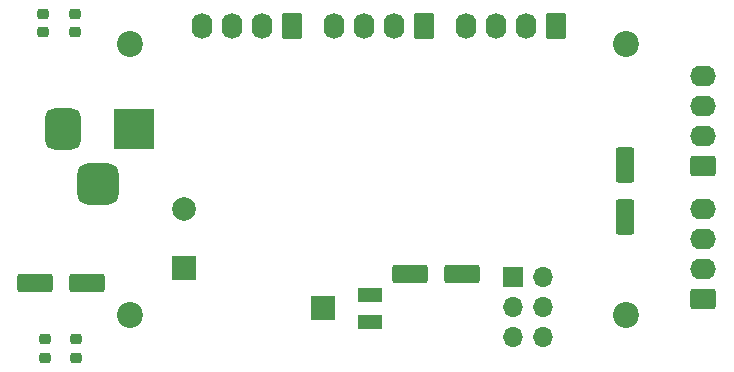
<source format=gbr>
%TF.GenerationSoftware,KiCad,Pcbnew,6.0.11+dfsg-1~bpo11+1*%
%TF.CreationDate,2023-07-10T22:14:43+02:00*%
%TF.ProjectId,motor_board_v3,6d6f746f-725f-4626-9f61-72645f76332e,rev?*%
%TF.SameCoordinates,PX87037a0PY50412a8*%
%TF.FileFunction,Soldermask,Top*%
%TF.FilePolarity,Negative*%
%FSLAX46Y46*%
G04 Gerber Fmt 4.6, Leading zero omitted, Abs format (unit mm)*
G04 Created by KiCad (PCBNEW 6.0.11+dfsg-1~bpo11+1) date 2023-07-10 22:14:43*
%MOMM*%
%LPD*%
G01*
G04 APERTURE LIST*
G04 Aperture macros list*
%AMRoundRect*
0 Rectangle with rounded corners*
0 $1 Rounding radius*
0 $2 $3 $4 $5 $6 $7 $8 $9 X,Y pos of 4 corners*
0 Add a 4 corners polygon primitive as box body*
4,1,4,$2,$3,$4,$5,$6,$7,$8,$9,$2,$3,0*
0 Add four circle primitives for the rounded corners*
1,1,$1+$1,$2,$3*
1,1,$1+$1,$4,$5*
1,1,$1+$1,$6,$7*
1,1,$1+$1,$8,$9*
0 Add four rect primitives between the rounded corners*
20,1,$1+$1,$2,$3,$4,$5,0*
20,1,$1+$1,$4,$5,$6,$7,0*
20,1,$1+$1,$6,$7,$8,$9,0*
20,1,$1+$1,$8,$9,$2,$3,0*%
G04 Aperture macros list end*
%ADD10RoundRect,0.218750X0.256250X-0.218750X0.256250X0.218750X-0.256250X0.218750X-0.256250X-0.218750X0*%
%ADD11R,1.700000X1.700000*%
%ADD12O,1.700000X1.700000*%
%ADD13RoundRect,0.250000X0.620000X0.845000X-0.620000X0.845000X-0.620000X-0.845000X0.620000X-0.845000X0*%
%ADD14O,1.740000X2.190000*%
%ADD15RoundRect,0.250000X0.845000X-0.620000X0.845000X0.620000X-0.845000X0.620000X-0.845000X-0.620000X0*%
%ADD16O,2.190000X1.740000*%
%ADD17C,2.200000*%
%ADD18RoundRect,0.218750X-0.256250X0.218750X-0.256250X-0.218750X0.256250X-0.218750X0.256250X0.218750X0*%
%ADD19RoundRect,0.250000X1.250000X0.550000X-1.250000X0.550000X-1.250000X-0.550000X1.250000X-0.550000X0*%
%ADD20RoundRect,0.250000X-1.250000X-0.550000X1.250000X-0.550000X1.250000X0.550000X-1.250000X0.550000X0*%
%ADD21R,2.000000X1.300000*%
%ADD22R,2.000000X2.000000*%
%ADD23R,3.500000X3.500000*%
%ADD24RoundRect,0.750000X-0.750000X-1.000000X0.750000X-1.000000X0.750000X1.000000X-0.750000X1.000000X0*%
%ADD25RoundRect,0.875000X-0.875000X-0.875000X0.875000X-0.875000X0.875000X0.875000X-0.875000X0.875000X0*%
%ADD26C,2.000000*%
%ADD27RoundRect,0.250000X0.550000X-1.250000X0.550000X1.250000X-0.550000X1.250000X-0.550000X-1.250000X0*%
G04 APERTURE END LIST*
D10*
%TO.C,D2*%
X-4539000Y-26616500D03*
X-4539000Y-25041500D03*
%TD*%
D11*
%TO.C,J1*%
X32418000Y-19733000D03*
D12*
X34958000Y-19733000D03*
X32418000Y-22273000D03*
X34958000Y-22273000D03*
X32418000Y-24813000D03*
X34958000Y-24813000D03*
%TD*%
D13*
%TO.C,J6*%
X24925000Y1496000D03*
D14*
X22385000Y1496000D03*
X19845000Y1496000D03*
X17305000Y1496000D03*
%TD*%
D15*
%TO.C,J4*%
X48547000Y-21638000D03*
D16*
X48547000Y-19098000D03*
X48547000Y-16558000D03*
X48547000Y-14018000D03*
%TD*%
D17*
%TO.C,REF\u002A\u002A*%
X42000000Y0D03*
%TD*%
D18*
%TO.C,D3*%
X-4666000Y2517500D03*
X-4666000Y942500D03*
%TD*%
D17*
%TO.C,REF\u002A\u002A*%
X0Y-23000000D03*
%TD*%
D19*
%TO.C,C3*%
X28141000Y-19479000D03*
X23741000Y-19479000D03*
%TD*%
D18*
%TO.C,D8*%
X-7333000Y2517500D03*
X-7333000Y942500D03*
%TD*%
D20*
%TO.C,C5*%
X-8009000Y-20241000D03*
X-3609000Y-20241000D03*
%TD*%
D17*
%TO.C,REF\u002A\u002A*%
X0Y0D03*
%TD*%
%TO.C,REF\u002A\u002A*%
X42000000Y-23000000D03*
%TD*%
D21*
%TO.C,RV1*%
X20321000Y-23550000D03*
D22*
X16321000Y-22400000D03*
D21*
X20321000Y-21250000D03*
%TD*%
D15*
%TO.C,J3*%
X48567000Y-10335000D03*
D16*
X48567000Y-7795000D03*
X48567000Y-5255000D03*
X48567000Y-2715000D03*
%TD*%
D13*
%TO.C,J7*%
X36101000Y1496000D03*
D14*
X33561000Y1496000D03*
X31021000Y1496000D03*
X28481000Y1496000D03*
%TD*%
D13*
%TO.C,J5*%
X13749000Y1496000D03*
D14*
X11209000Y1496000D03*
X8669000Y1496000D03*
X6129000Y1496000D03*
%TD*%
D10*
%TO.C,D1*%
X-7206000Y-26616500D03*
X-7206000Y-25041500D03*
%TD*%
D23*
%TO.C,J2*%
X318000Y-7218500D03*
D24*
X-5682000Y-7218500D03*
D25*
X-2682000Y-11918500D03*
%TD*%
D22*
%TO.C,C30*%
X4605000Y-18978155D03*
D26*
X4605000Y-13978155D03*
%TD*%
D27*
%TO.C,C31*%
X41943000Y-14694000D03*
X41943000Y-10294000D03*
%TD*%
M02*

</source>
